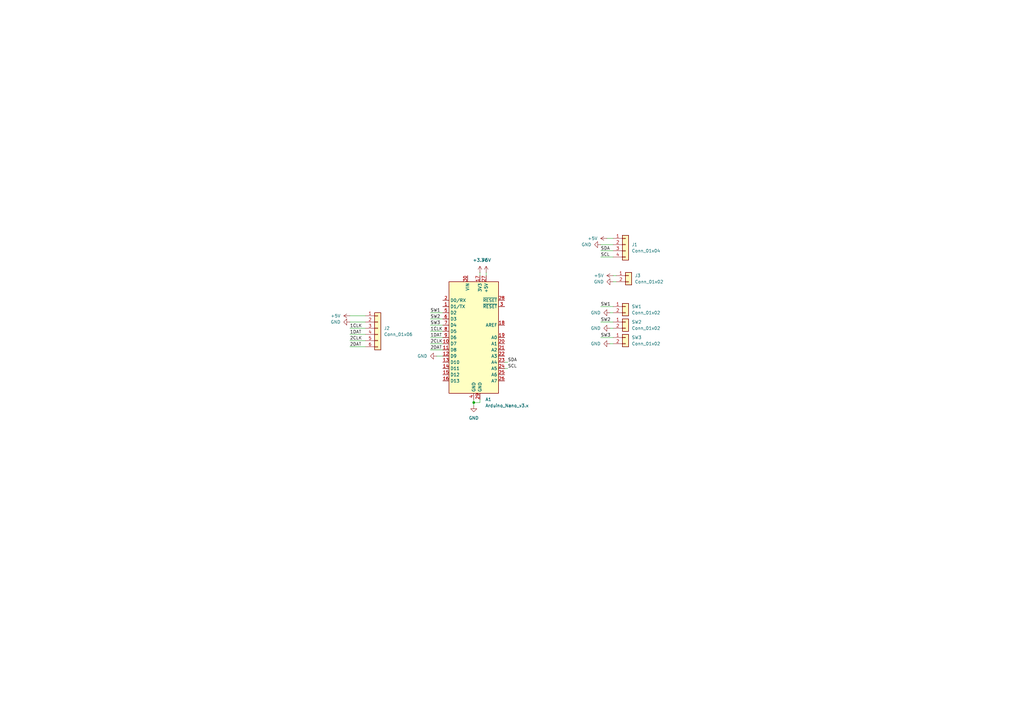
<source format=kicad_sch>
(kicad_sch (version 20231120) (generator "eeschema") (generator_version "8.0")
  (paper "A3")
  (lib_symbols
    (symbol "Connector_Generic:Conn_01x02" (pin_names (offset 1.016) hide)
      (property "Reference" "J" (at 0 2.54 0))
      (property "Value" "Conn_01x02" (at 0 -5.08 0))
      (symbol "Conn_01x02_1_1"
        (rectangle (start -1.27 -2.413) (end 0 -2.667) (stroke (width 0.1524)))
        (rectangle (start -1.27 0.127) (end 0 -0.127) (stroke (width 0.1524)))
        (rectangle (start -1.27 1.27) (end 1.27 -3.81) (stroke (width 0.254)) (fill (type background)))
        (pin passive line (at -5.08 0 0) (length 3.81) (name "Pin_1") (number "1"))
        (pin passive line (at -5.08 -2.54 0) (length 3.81) (name "Pin_2") (number "2"))
      )
    )
    (symbol "Connector_Generic:Conn_01x04" (pin_names (offset 1.016) hide)
      (property "Reference" "J" (at 0 5.08 0))
      (property "Value" "Conn_01x04" (at 0 -7.62 0))
      (symbol "Conn_01x04_1_1"
        (rectangle (start -1.27 -4.953) (end 0 -5.207) (stroke (width 0.1524)))
        (rectangle (start -1.27 -2.413) (end 0 -2.667) (stroke (width 0.1524)))
        (rectangle (start -1.27 0.127) (end 0 -0.127) (stroke (width 0.1524)))
        (rectangle (start -1.27 2.667) (end 0 2.413) (stroke (width 0.1524)))
        (rectangle (start -1.27 3.81) (end 1.27 -6.35) (stroke (width 0.254)) (fill (type background)))
        (pin passive line (at -5.08 2.54 0) (length 3.81) (name "Pin_1") (number "1"))
        (pin passive line (at -5.08 0 0) (length 3.81) (name "Pin_2") (number "2"))
        (pin passive line (at -5.08 -2.54 0) (length 3.81) (name "Pin_3") (number "3"))
        (pin passive line (at -5.08 -5.08 0) (length 3.81) (name "Pin_4") (number "4"))
      )
    )
    (symbol "Connector_Generic:Conn_01x06" (pin_names (offset 1.016) hide)
      (property "Reference" "J" (at 0 7.62 0))
      (property "Value" "Conn_01x06" (at 0 -10.16 0))
      (symbol "Conn_01x06_1_1"
        (rectangle (start -1.27 -7.493) (end 0 -7.747) (stroke (width 0.1524)))
        (rectangle (start -1.27 -4.953) (end 0 -5.207) (stroke (width 0.1524)))
        (rectangle (start -1.27 -2.413) (end 0 -2.667) (stroke (width 0.1524)))
        (rectangle (start -1.27 0.127) (end 0 -0.127) (stroke (width 0.1524)))
        (rectangle (start -1.27 2.667) (end 0 2.413) (stroke (width 0.1524)))
        (rectangle (start -1.27 5.207) (end 0 4.953) (stroke (width 0.1524)))
        (rectangle (start -1.27 6.35) (end 1.27 -8.89) (stroke (width 0.254)) (fill (type background)))
        (pin passive line (at -5.08 5.08 0) (length 3.81) (name "Pin_1") (number "1"))
        (pin passive line (at -5.08 2.54 0) (length 3.81) (name "Pin_2") (number "2"))
        (pin passive line (at -5.08 0 0) (length 3.81) (name "Pin_3") (number "3"))
        (pin passive line (at -5.08 -2.54 0) (length 3.81) (name "Pin_4") (number "4"))
        (pin passive line (at -5.08 -5.08 0) (length 3.81) (name "Pin_5") (number "5"))
        (pin passive line (at -5.08 -7.62 0) (length 3.81) (name "Pin_6") (number "6"))
      )
    )
    (symbol "MCU_Module:Arduino_Nano_v3.x"
      (property "Reference" "A" (at -10.16 23.495 0))
      (property "Value" "Arduino_Nano_v3.x" (at 5.08 -24.13 0))
      (symbol "Arduino_Nano_v3.x_0_1"
        (rectangle (start -10.16 22.86) (end 10.16 -22.86) (stroke (width 0.254)) (fill (type background)))
      )
      (symbol "Arduino_Nano_v3.x_1_1"
        (pin bidirectional line (at -12.7 12.7 0) (length 2.54) (name "D1/TX") (number "1"))
        (pin bidirectional line (at -12.7 -2.54 0) (length 2.54) (name "D7") (number "10"))
        (pin bidirectional line (at -12.7 -5.08 0) (length 2.54) (name "D8") (number "11"))
        (pin bidirectional line (at -12.7 -7.62 0) (length 2.54) (name "D9") (number "12"))
        (pin bidirectional line (at -12.7 -10.16 0) (length 2.54) (name "D10") (number "13"))
        (pin bidirectional line (at -12.7 -12.7 0) (length 2.54) (name "D11") (number "14"))
        (pin bidirectional line (at -12.7 -15.24 0) (length 2.54) (name "D12") (number "15"))
        (pin bidirectional line (at -12.7 -17.78 0) (length 2.54) (name "D13") (number "16"))
        (pin power_out line (at 2.54 25.4 270) (length 2.54) (name "3V3") (number "17"))
        (pin input line (at 12.7 5.08 180) (length 2.54) (name "AREF") (number "18"))
        (pin bidirectional line (at 12.7 0 180) (length 2.54) (name "A0") (number "19"))
        (pin bidirectional line (at -12.7 15.24 0) (length 2.54) (name "D0/RX") (number "2"))
        (pin bidirectional line (at 12.7 -2.54 180) (length 2.54) (name "A1") (number "20"))
        (pin bidirectional line (at 12.7 -5.08 180) (length 2.54) (name "A2") (number "21"))
        (pin bidirectional line (at 12.7 -7.62 180) (length 2.54) (name "A3") (number "22"))
        (pin bidirectional line (at 12.7 -10.16 180) (length 2.54) (name "A4") (number "23"))
        (pin bidirectional line (at 12.7 -12.7 180) (length 2.54) (name "A5") (number "24"))
        (pin bidirectional line (at 12.7 -15.24 180) (length 2.54) (name "A6") (number "25"))
        (pin bidirectional line (at 12.7 -17.78 180) (length 2.54) (name "A7") (number "26"))
        (pin power_out line (at 5.08 25.4 270) (length 2.54) (name "+5V") (number "27"))
        (pin input line (at 12.7 15.24 180) (length 2.54) (name "~{RESET}") (number "28"))
        (pin power_in line (at 2.54 -25.4 90) (length 2.54) (name "GND") (number "29"))
        (pin input line (at 12.7 12.7 180) (length 2.54) (name "~{RESET}") (number "3"))
        (pin power_in line (at -2.54 25.4 270) (length 2.54) (name "VIN") (number "30"))
        (pin power_in line (at 0 -25.4 90) (length 2.54) (name "GND") (number "4"))
        (pin bidirectional line (at -12.7 10.16 0) (length 2.54) (name "D2") (number "5"))
        (pin bidirectional line (at -12.7 7.62 0) (length 2.54) (name "D3") (number "6"))
        (pin bidirectional line (at -12.7 5.08 0) (length 2.54) (name "D4") (number "7"))
        (pin bidirectional line (at -12.7 2.54 0) (length 2.54) (name "D5") (number "8"))
        (pin bidirectional line (at -12.7 0 0) (length 2.54) (name "D6") (number "9"))
      )
    )
    (symbol "power:+3.3V" (power) (pin_numbers hide) (pin_names (offset 0) hide)
      (property "Value" "+3.3V" (at 0 3.556 0))
      (symbol "+3.3V_0_1"
        (polyline (pts (xy -0.762 1.27) (xy 0 2.54)))
        (polyline (pts (xy 0 0) (xy 0 2.54)))
        (polyline (pts (xy 0 2.54) (xy 0.762 1.27)))
      )
      (symbol "+3.3V_1_1"
        (pin power_in line (at 0 0 90) (length 0) (name "~") (number "1"))
      )
    )
    (symbol "power:+5V" (power) (pin_numbers hide) (pin_names (offset 0) hide)
      (property "Value" "+5V" (at 0 3.556 0))
      (symbol "+5V_0_1"
        (polyline (pts (xy -0.762 1.27) (xy 0 2.54)))
        (polyline (pts (xy 0 0) (xy 0 2.54)))
        (polyline (pts (xy 0 2.54) (xy 0.762 1.27)))
      )
      (symbol "+5V_1_1"
        (pin power_in line (at 0 0 90) (length 0) (name "~") (number "1"))
      )
    )
    (symbol "power:GND" (power) (pin_numbers hide) (pin_names (offset 0) hide)
      (property "Value" "GND" (at 0 -3.81 0))
      (symbol "GND_0_1"
        (polyline (pts (xy 0 0) (xy 0 -1.27) (xy 1.27 -1.27) (xy 0 -2.54) (xy -1.27 -1.27) (xy 0 -1.27)))
      )
      (symbol "GND_1_1"
        (pin power_in line (at 0 0 270) (length 0) (name "~") (number "1"))
      )
    )
  )
  (junction (at 194.31 165.1))
  (wire (pts (xy 143.51 134.62) (xy 149.86 134.62)))
  (wire (pts (xy 176.53 143.51) (xy 181.61 143.51)))
  (wire (pts (xy 246.38 138.43) (xy 251.46 138.43)))
  (wire (pts (xy 251.46 115.57) (xy 252.73 115.57)))
  (wire (pts (xy 176.53 140.97) (xy 181.61 140.97)))
  (wire (pts (xy 246.38 125.73) (xy 251.46 125.73)))
  (wire (pts (xy 246.38 102.87) (xy 251.46 102.87)))
  (wire (pts (xy 194.31 165.1) (xy 194.31 166.37)))
  (wire (pts (xy 199.39 111.76) (xy 199.39 113.03)))
  (wire (pts (xy 179.07 146.05) (xy 181.61 146.05)))
  (wire (pts (xy 207.01 148.59) (xy 208.28 148.59)))
  (wire (pts (xy 250.19 128.27) (xy 251.46 128.27)))
  (wire (pts (xy 246.38 132.08) (xy 251.46 132.08)))
  (wire (pts (xy 196.85 111.76) (xy 196.85 113.03)))
  (wire (pts (xy 251.46 113.03) (xy 252.73 113.03)))
  (wire (pts (xy 176.53 128.27) (xy 181.61 128.27)))
  (wire (pts (xy 143.51 137.16) (xy 149.86 137.16)))
  (wire (pts (xy 194.31 163.83) (xy 194.31 165.1)))
  (wire (pts (xy 176.53 133.35) (xy 181.61 133.35)))
  (wire (pts (xy 246.38 100.33) (xy 251.46 100.33)))
  (wire (pts (xy 250.19 140.97) (xy 251.46 140.97)))
  (wire (pts (xy 176.53 130.81) (xy 181.61 130.81)))
  (wire (pts (xy 250.19 134.62) (xy 251.46 134.62)))
  (wire (pts (xy 143.51 142.24) (xy 149.86 142.24)))
  (wire (pts (xy 143.51 132.08) (xy 149.86 132.08)))
  (wire (pts (xy 196.85 163.83) (xy 196.85 165.1)))
  (wire (pts (xy 143.51 129.54) (xy 149.86 129.54)))
  (wire (pts (xy 248.92 97.79) (xy 251.46 97.79)))
  (wire (pts (xy 246.38 105.41) (xy 251.46 105.41)))
  (wire (pts (xy 176.53 135.89) (xy 181.61 135.89)))
  (wire (pts (xy 143.51 139.7) (xy 149.86 139.7)))
  (wire (pts (xy 207.01 151.13) (xy 208.28 151.13)))
  (wire (pts (xy 196.85 165.1) (xy 194.31 165.1)))
  (wire (pts (xy 176.53 138.43) (xy 181.61 138.43)))
  (label "SDA" (at 246.38 102.87 0))
  (label "1CLK" (at 143.51 134.62 0))
  (label "SW3" (at 246.38 138.43 0))
  (label "1DAT" (at 176.53 138.43 0))
  (label "2DAT" (at 176.53 143.51 0))
  (label "SW2" (at 246.38 132.08 0))
  (label "2CLK" (at 143.51 139.7 0))
  (label "SW3" (at 176.53 133.35 0))
  (label "SCL" (at 246.38 105.41 0))
  (label "1DAT" (at 143.51 137.16 0))
  (label "SCL" (at 208.28 151.13 0))
  (label "2CLK" (at 176.53 140.97 0))
  (label "SW1" (at 246.38 125.73 0))
  (label "SW1" (at 176.53 128.27 0))
  (label "SDA" (at 208.28 148.59 0))
  (label "2DAT" (at 143.51 142.24 0))
  (label "SW2" (at 176.53 130.81 0))
  (label "1CLK" (at 176.53 135.89 0))
  (symbol (lib_id "MCU_Module:Arduino_Nano_v3.x") (at 194.31 138.43 0) (unit 1)
    (property "Reference" "A1" (at 199.0441 163.83 0) (effects (justify left)))
    (property "Value" "Arduino_Nano_v3.x" (at 199.0441 166.37 0) (effects (justify left)))
    (property "Footprint" "Module:Arduino_Nano" (effects (hide yes)))
    (property "Datasheet" "http://www.mouser.com/pdfdocs/Gravitech_Arduino_Nano3_0.pdf" (effects (hide yes)))
    (property "Description" "Arduino Nano v3.x" (effects (hide yes)))
  )
  (symbol (lib_id "power:GND") (at 251.46 115.57 270) (unit 1)
    (property "Reference" "#PWR06" (effects (hide yes)))
    (property "Value" "GND" (at 247.65 115.5699 90) (effects (justify right)))
    (property "Description" "Power symbol creates a global label with name \"GND\" , ground" (effects (hide yes)))
  )
  (symbol (lib_id "power:GND") (at 250.19 134.62 270) (unit 1)
    (property "Reference" "#PWR012" (effects (hide yes)))
    (property "Value" "GND" (at 246.38 134.6199 90) (effects (justify right)))
    (property "Description" "Power symbol creates a global label with name \"GND\" , ground" (effects (hide yes)))
  )
  (symbol (lib_id "power:GND") (at 179.07 146.05 270) (unit 1)
    (property "Reference" "#PWR010" (effects (hide yes)))
    (property "Value" "GND" (at 175.26 146.0499 90) (effects (justify right)))
    (property "Description" "Power symbol creates a global label with name \"GND\" , ground" (effects (hide yes)))
  )
  (symbol (lib_id "Connector_Generic:Conn_01x06") (at 154.94 134.62 0) (unit 1)
    (property "Reference" "J2" (at 157.48 134.6199 0) (effects (justify left)))
    (property "Value" "Conn_01x06" (at 157.48 137.1599 0) (effects (justify left)))
    (property "Footprint" "Connector_PinHeader_2.54mm:PinHeader_1x06_P2.54mm_Vertical" (effects (hide yes)))
    (property "Description" "Generic connector, single row, 01x06, script generated (kicad-library-utils/schlib/autogen/connector/)" (effects (hide yes)))
  )
  (symbol (lib_id "power:+5V") (at 199.39 111.76 0) (unit 1)
    (property "Reference" "#PWR02" (effects (hide yes)))
    (property "Value" "+5V" (at 199.39 106.68 0))
    (property "Description" "Power symbol creates a global label with name \"+5V\"" (effects (hide yes)))
  )
  (symbol (lib_id "power:+5V") (at 248.92 97.79 90) (unit 1)
    (property "Reference" "#PWR04" (effects (hide yes)))
    (property "Value" "+5V" (at 245.11 97.7899 90) (effects (justify left)))
    (property "Description" "Power symbol creates a global label with name \"+5V\"" (effects (hide yes)))
  )
  (symbol (lib_id "power:+5V") (at 143.51 129.54 90) (unit 1)
    (property "Reference" "#PWR014" (effects (hide yes)))
    (property "Value" "+5V" (at 139.7 129.5399 90) (effects (justify left)))
    (property "Description" "Power symbol creates a global label with name \"+5V\"" (effects (hide yes)))
  )
  (symbol (lib_id "power:GND") (at 250.19 140.97 270) (unit 1)
    (property "Reference" "#PWR013" (effects (hide yes)))
    (property "Value" "GND" (at 246.38 140.9699 90) (effects (justify right)))
    (property "Description" "Power symbol creates a global label with name \"GND\" , ground" (effects (hide yes)))
  )
  (symbol (lib_id "power:+5V") (at 251.46 113.03 90) (unit 1)
    (property "Reference" "#PWR07" (effects (hide yes)))
    (property "Value" "+5V" (at 247.65 113.0299 90) (effects (justify left)))
    (property "Description" "Power symbol creates a global label with name \"+5V\"" (effects (hide yes)))
  )
  (symbol (lib_id "Connector_Generic:Conn_01x02") (at 257.81 113.03 0) (unit 1)
    (property "Reference" "J3" (at 260.35 113.0299 0) (effects (justify left)))
    (property "Value" "Conn_01x02" (at 260.35 115.5699 0) (effects (justify left)))
    (property "Footprint" "Connector_PinHeader_2.54mm:PinHeader_1x02_P2.54mm_Vertical" (effects (hide yes)))
    (property "Description" "Generic connector, single row, 01x02, script generated (kicad-library-utils/schlib/autogen/connector/)" (effects (hide yes)))
  )
  (symbol (lib_id "Connector_Generic:Conn_01x02") (at 256.54 125.73 0) (unit 1)
    (property "Reference" "SW1" (at 259.08 125.7299 0) (effects (justify left)))
    (property "Value" "Conn_01x02" (at 259.08 128.2699 0) (effects (justify left)))
    (property "Footprint" "Connector_PinHeader_2.54mm:PinHeader_1x02_P2.54mm_Vertical" (effects (hide yes)))
    (property "Description" "Generic connector, single row, 01x02, script generated (kicad-library-utils/schlib/autogen/connector/)" (effects (hide yes)))
  )
  (symbol (lib_id "Connector_Generic:Conn_01x02") (at 256.54 132.08 0) (unit 1)
    (property "Reference" "SW2" (at 259.08 132.0799 0) (effects (justify left)))
    (property "Value" "Conn_01x02" (at 259.08 134.6199 0) (effects (justify left)))
    (property "Footprint" "Connector_PinHeader_2.54mm:PinHeader_1x02_P2.54mm_Vertical" (effects (hide yes)))
    (property "Description" "Generic connector, single row, 01x02, script generated (kicad-library-utils/schlib/autogen/connector/)" (effects (hide yes)))
  )
  (symbol (lib_id "power:GND") (at 246.38 100.33 270) (unit 1)
    (property "Reference" "#PWR05" (effects (hide yes)))
    (property "Value" "GND" (at 242.57 100.3299 90) (effects (justify right)))
    (property "Description" "Power symbol creates a global label with name \"GND\" , ground" (effects (hide yes)))
  )
  (symbol (lib_id "Connector_Generic:Conn_01x04") (at 256.54 100.33 0) (unit 1)
    (property "Reference" "J1" (at 259.08 100.3299 0) (effects (justify left)))
    (property "Value" "Conn_01x04" (at 259.08 102.8699 0) (effects (justify left)))
    (property "Footprint" "Connector_PinHeader_2.54mm:PinHeader_1x04_P2.54mm_Vertical" (effects (hide yes)))
    (property "Description" "Generic connector, single row, 01x04, script generated (kicad-library-utils/schlib/autogen/connector/)" (effects (hide yes)))
  )
  (symbol (lib_id "power:GND") (at 143.51 132.08 270) (unit 1)
    (property "Reference" "#PWR015" (effects (hide yes)))
    (property "Value" "GND" (at 139.7 132.0799 90) (effects (justify right)))
    (property "Description" "Power symbol creates a global label with name \"GND\" , ground" (effects (hide yes)))
  )
  (symbol (lib_id "power:+3.3V") (at 196.85 111.76 0) (unit 1)
    (property "Reference" "#PWR03" (effects (hide yes)))
    (property "Value" "+3.3V" (at 196.85 106.68 0))
    (property "Description" "Power symbol creates a global label with name \"+3.3V\"" (effects (hide yes)))
  )
  (symbol (lib_id "power:GND") (at 250.19 128.27 270) (unit 1)
    (property "Reference" "#PWR011" (effects (hide yes)))
    (property "Value" "GND" (at 246.38 128.2699 90) (effects (justify right)))
    (property "Description" "Power symbol creates a global label with name \"GND\" , ground" (effects (hide yes)))
  )
  (symbol (lib_id "Connector_Generic:Conn_01x02") (at 256.54 138.43 0) (unit 1)
    (property "Reference" "SW3" (at 259.08 138.4299 0) (effects (justify left)))
    (property "Value" "Conn_01x02" (at 259.08 140.9699 0) (effects (justify left)))
    (property "Footprint" "Connector_PinHeader_2.54mm:PinHeader_1x02_P2.54mm_Vertical" (effects (hide yes)))
    (property "Description" "Generic connector, single row, 01x02, script generated (kicad-library-utils/schlib/autogen/connector/)" (effects (hide yes)))
  )
  (symbol (lib_id "power:GND") (at 194.31 166.37 0) (unit 1)
    (property "Reference" "#PWR01" (effects (hide yes)))
    (property "Value" "GND" (at 194.31 171.45 0))
    (property "Description" "Power symbol creates a global label with name \"GND\" , ground" (effects (hide yes)))
  )
)
</source>
